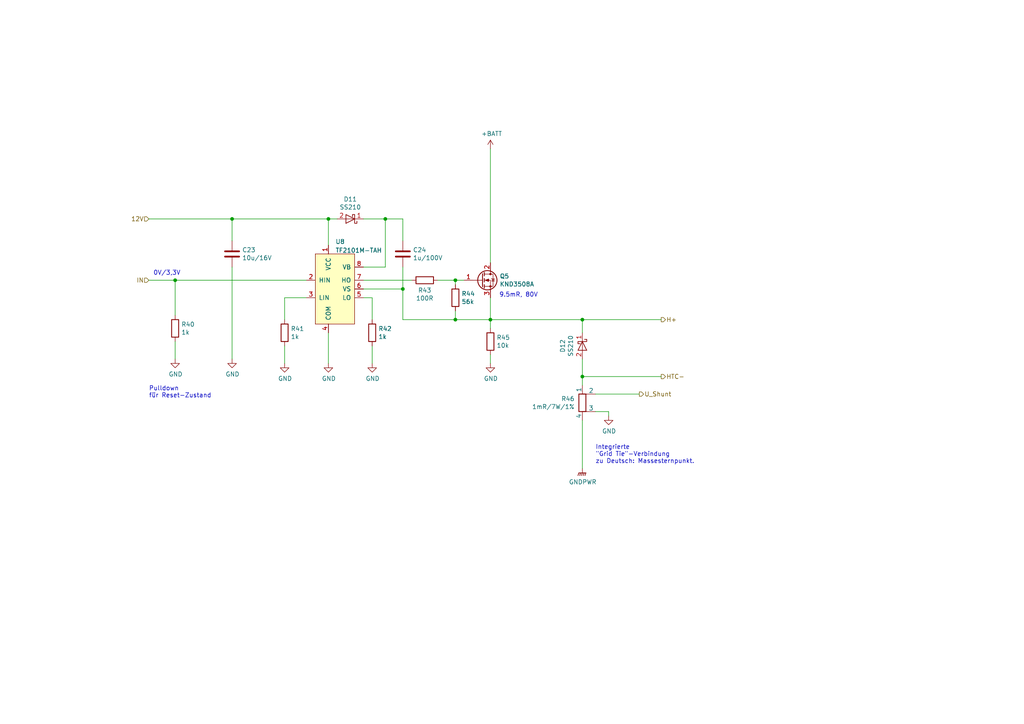
<source format=kicad_sch>
(kicad_sch (version 20211123) (generator eeschema)
  (paper "A4")
  (title_block (title "HTL Lötregler Mini") (date "2023-03-01") (rev "22.0.0") (company "HTL Steyr") (comment 1 "Prof. Karl Zeilhofer et al."))
  (lib_symbols
    (symbol "Device:C" (pin_numbers hide) (pin_names (offset 0.254))
      (property "Reference" "C" (at 0.635 2.54 0))
      (property "Value" "C" (at 0.635 -2.54 0))
      (symbol "C_0_1"
        (polyline (pts (xy -2.032 -0.762) (xy 2.032 -0.762)) (stroke (width 0.508)))
        (polyline (pts (xy -2.032 0.762) (xy 2.032 0.762)) (stroke (width 0.508)))
      )
      (symbol "C_1_1"
        (pin passive line (at 0 3.81 270) (length 2.794) (name "~") (number "1"))
        (pin passive line (at 0 -3.81 90) (length 2.794) (name "~") (number "2"))
      )
    )
    (symbol "Device:Q_NMOS_GDS" (pin_names (offset 0) hide)
      (property "Reference" "Q" (at 5.08 1.27 0))
      (property "Value" "Q_NMOS_GDS" (at 5.08 -1.27 0))
      (symbol "Q_NMOS_GDS_0_1"
        (polyline (pts (xy 0.254 0) (xy -2.54 0)))
        (polyline (pts (xy 0.254 1.905) (xy 0.254 -1.905)) (stroke (width 0.254)))
        (polyline (pts (xy 0.762 -1.27) (xy 0.762 -2.286)) (stroke (width 0.254)))
        (polyline (pts (xy 0.762 0.508) (xy 0.762 -0.508)) (stroke (width 0.254)))
        (polyline (pts (xy 0.762 2.286) (xy 0.762 1.27)) (stroke (width 0.254)))
        (polyline (pts (xy 2.54 2.54) (xy 2.54 1.778)))
        (polyline (pts (xy 2.54 -2.54) (xy 2.54 0) (xy 0.762 0)))
        (polyline (pts (xy 0.762 -1.778) (xy 3.302 -1.778) (xy 3.302 1.778) (xy 0.762 1.778)))
        (polyline (pts (xy 1.016 0) (xy 2.032 0.381) (xy 2.032 -0.381) (xy 1.016 0)) (fill (type outline)))
        (polyline (pts (xy 2.794 0.508) (xy 2.921 0.381) (xy 3.683 0.381) (xy 3.81 0.254)))
        (polyline (pts (xy 3.302 0.381) (xy 2.921 -0.254) (xy 3.683 -0.254) (xy 3.302 0.381)))
        (circle (center 1.651 0) (radius 2.794) (stroke (width 0.254)))
        (circle (center 2.54 -1.778) (radius 0.254) (fill (type outline)))
        (circle (center 2.54 1.778) (radius 0.254) (fill (type outline)))
      )
      (symbol "Q_NMOS_GDS_1_1"
        (pin input line (at -5.08 0 0) (length 2.54) (name "G") (number "1"))
        (pin passive line (at 2.54 5.08 270) (length 2.54) (name "D") (number "2"))
        (pin passive line (at 2.54 -5.08 90) (length 2.54) (name "S") (number "3"))
      )
    )
    (symbol "Device:R" (pin_numbers hide) (pin_names (offset 0))
      (property "Reference" "R" (at 2.032 0 90))
      (property "Value" "R" (at 0 0 90))
      (symbol "R_0_1"
        (rectangle (start -1.016 -2.54) (end 1.016 2.54) (stroke (width 0.254)))
      )
      (symbol "R_1_1"
        (pin passive line (at 0 3.81 270) (length 1.27) (name "~") (number "1"))
        (pin passive line (at 0 -3.81 90) (length 1.27) (name "~") (number "2"))
      )
    )
    (symbol "Device:R_Shunt" (pin_numbers hide) (pin_names (offset 0))
      (property "Reference" "R" (at -4.445 0 90))
      (property "Value" "R_Shunt" (at -2.54 0 90))
      (symbol "R_Shunt_0_1"
        (rectangle (start -1.016 -2.54) (end 1.016 2.54) (stroke (width 0.254)))
        (polyline (pts (xy 0 -2.54) (xy 1.27 -2.54)))
        (polyline (pts (xy 1.27 2.54) (xy 0 2.54)))
      )
      (symbol "R_Shunt_1_1"
        (pin passive line (at 0 5.08 270) (length 2.54) (name "1") (number "1"))
        (pin passive line (at 3.81 2.54 180) (length 2.54) (name "2") (number "2"))
        (pin passive line (at 3.81 -2.54 180) (length 2.54) (name "3") (number "3"))
        (pin passive line (at 0 -5.08 90) (length 2.54) (name "4") (number "4"))
      )
    )
    (symbol "htl_ics:PN7006A" (pin_names (offset 1.016))
      (property "Reference" "U" (at 3.81 11.43 0))
      (property "Value" "PN7006A" (at 5.08 -11.43 0))
      (symbol "PN7006A_0_1"
        (rectangle (start -3.81 10.16) (end 7.62 -10.16) (fill (type background)))
      )
      (symbol "PN7006A_1_1"
        (pin power_in line (at 0 12.7 270) (length 2.54) (name "VCC") (number "1"))
        (pin input line (at -6.35 2.54 0) (length 2.54) (name "HIN") (number "2"))
        (pin input line (at -6.35 -2.54 0) (length 2.54) (name "LIN") (number "3"))
        (pin power_in line (at 0 -12.7 90) (length 2.54) (name "COM") (number "4"))
        (pin output line (at 10.16 -2.54 180) (length 2.54) (name "LO") (number "5"))
        (pin passive line (at 10.16 0 180) (length 2.54) (name "VS") (number "6"))
        (pin output line (at 10.16 2.54 180) (length 2.54) (name "HO") (number "7"))
        (pin input line (at 10.16 6.35 180) (length 2.54) (name "VB") (number "8"))
      )
    )
    (symbol "htl_semiconductors:D_Schottky" (pin_names (offset 1.016) hide)
      (property "Reference" "D" (at 0 2.54 0))
      (property "Value" "D_Schottky" (at 0 -2.54 0))
      (symbol "D_Schottky_0_1"
        (polyline (pts (xy 1.27 0) (xy -1.27 0)))
        (polyline (pts (xy 1.27 1.27) (xy 1.27 -1.27) (xy -1.27 0) (xy 1.27 1.27)) (stroke (width 0.2032)))
        (polyline (pts (xy -1.905 0.635) (xy -1.905 1.27) (xy -1.27 1.27) (xy -1.27 -1.27) (xy -0.635 -1.27) (xy -0.635 -0.635)) (stroke (width 0.2032)))
      )
      (symbol "D_Schottky_1_1"
        (pin passive line (at -3.81 0 0) (length 2.54) (name "K") (number "1"))
        (pin passive line (at 3.81 0 180) (length 2.54) (name "A") (number "2"))
      )
    )
    (symbol "power:+BATT" (power) (pin_names (offset 0))
      (property "Value" "+BATT" (at 0 3.556 0))
      (symbol "+BATT_0_1"
        (polyline (pts (xy -0.762 1.27) (xy 0 2.54)))
        (polyline (pts (xy 0 0) (xy 0 2.54)))
        (polyline (pts (xy 0 2.54) (xy 0.762 1.27)))
      )
      (symbol "+BATT_1_1"
        (pin power_in line (at 0 0 90) (length 0) hide (name "+BATT") (number "1"))
      )
    )
    (symbol "power:GND" (power) (pin_names (offset 0))
      (property "Value" "GND" (at 0 -3.81 0))
      (symbol "GND_0_1"
        (polyline (pts (xy 0 0) (xy 0 -1.27) (xy 1.27 -1.27) (xy 0 -2.54) (xy -1.27 -1.27) (xy 0 -1.27)))
      )
      (symbol "GND_1_1"
        (pin power_in line (at 0 0 270) (length 0) hide (name "GND") (number "1"))
      )
    )
    (symbol "power:GNDPWR" (power) (pin_names (offset 0))
      (property "Value" "GNDPWR" (at 0 -3.302 0))
      (symbol "GNDPWR_0_1"
        (polyline (pts (xy 0 -1.27) (xy 0 0)))
        (polyline (pts (xy -1.016 -1.27) (xy -1.27 -2.032) (xy -1.27 -2.032)) (stroke (width 0.2032)))
        (polyline (pts (xy -0.508 -1.27) (xy -0.762 -2.032) (xy -0.762 -2.032)) (stroke (width 0.2032)))
        (polyline (pts (xy 0 -1.27) (xy -0.254 -2.032) (xy -0.254 -2.032)) (stroke (width 0.2032)))
        (polyline (pts (xy 0.508 -1.27) (xy 0.254 -2.032) (xy 0.254 -2.032)) (stroke (width 0.2032)))
        (polyline (pts (xy 1.016 -1.27) (xy -1.016 -1.27) (xy -1.016 -1.27)) (stroke (width 0.2032)))
        (polyline (pts (xy 1.016 -1.27) (xy 0.762 -2.032) (xy 0.762 -2.032) (xy 0.762 -2.032)) (stroke (width 0.2032)))
      )
      (symbol "GNDPWR_1_1"
        (pin power_in line (at 0 0 270) (length 0) hide (name "GNDPWR") (number "1"))
      )
    )
  )
  (junction (at 168.91 92.71))
  (junction (at 111.76 63.5))
  (junction (at 132.08 81.28))
  (junction (at 168.91 109.22))
  (junction (at 116.84 83.82))
  (junction (at 95.25 63.5))
  (junction (at 50.8 81.28))
  (junction (at 67.31 63.5))
  (junction (at 142.24 92.71))
  (junction (at 132.08 92.71))
  (wire (pts (xy 105.41 63.5) (xy 111.76 63.5)))
  (wire (pts (xy 82.55 105.41) (xy 82.55 100.33)))
  (wire (pts (xy 127 81.28) (xy 132.08 81.28)))
  (wire (pts (xy 50.8 104.14) (xy 50.8 99.06)))
  (wire (pts (xy 82.55 92.71) (xy 82.55 86.36)))
  (wire (pts (xy 107.95 86.36) (xy 107.95 92.71)))
  (wire (pts (xy 116.84 63.5) (xy 116.84 69.85)))
  (wire (pts (xy 111.76 63.5) (xy 116.84 63.5)))
  (wire (pts (xy 111.76 77.47) (xy 111.76 63.5)))
  (wire (pts (xy 107.95 100.33) (xy 107.95 105.41)))
  (wire (pts (xy 142.24 92.71) (xy 142.24 95.25)))
  (wire (pts (xy 116.84 83.82) (xy 116.84 92.71)))
  (wire (pts (xy 88.9 81.28) (xy 50.8 81.28)))
  (wire (pts (xy 67.31 104.14) (xy 67.31 77.47)))
  (wire (pts (xy 43.18 63.5) (xy 67.31 63.5)))
  (wire (pts (xy 172.72 119.38) (xy 176.53 119.38)))
  (wire (pts (xy 168.91 111.76) (xy 168.91 109.22)))
  (wire (pts (xy 116.84 92.71) (xy 132.08 92.71)))
  (wire (pts (xy 105.41 83.82) (xy 116.84 83.82)))
  (wire (pts (xy 82.55 86.36) (xy 88.9 86.36)))
  (wire (pts (xy 105.41 81.28) (xy 119.38 81.28)))
  (wire (pts (xy 168.91 121.92) (xy 168.91 135.89)))
  (wire (pts (xy 132.08 90.17) (xy 132.08 92.71)))
  (wire (pts (xy 67.31 69.85) (xy 67.31 63.5)))
  (wire (pts (xy 168.91 104.14) (xy 168.91 109.22)))
  (wire (pts (xy 95.25 63.5) (xy 95.25 71.12)))
  (wire (pts (xy 105.41 86.36) (xy 107.95 86.36)))
  (wire (pts (xy 168.91 109.22) (xy 191.77 109.22)))
  (wire (pts (xy 168.91 92.71) (xy 191.77 92.71)))
  (wire (pts (xy 50.8 81.28) (xy 43.18 81.28)))
  (wire (pts (xy 105.41 77.47) (xy 111.76 77.47)))
  (wire (pts (xy 172.72 114.3) (xy 185.42 114.3)))
  (wire (pts (xy 67.31 63.5) (xy 95.25 63.5)))
  (wire (pts (xy 132.08 92.71) (xy 142.24 92.71)))
  (wire (pts (xy 142.24 43.18) (xy 142.24 76.2)))
  (wire (pts (xy 132.08 81.28) (xy 132.08 82.55)))
  (wire (pts (xy 142.24 105.41) (xy 142.24 102.87)))
  (wire (pts (xy 176.53 119.38) (xy 176.53 120.65)))
  (wire (pts (xy 116.84 77.47) (xy 116.84 83.82)))
  (wire (pts (xy 142.24 92.71) (xy 168.91 92.71)))
  (wire (pts (xy 50.8 91.44) (xy 50.8 81.28)))
  (wire (pts (xy 97.79 63.5) (xy 95.25 63.5)))
  (wire (pts (xy 95.25 105.41) (xy 95.25 96.52)))
  (wire (pts (xy 132.08 81.28) (xy 134.62 81.28)))
  (wire (pts (xy 142.24 86.36) (xy 142.24 92.71)))
  (wire (pts (xy 168.91 92.71) (xy 168.91 96.52)))
  (text "Integrierte\n\"Grid Tie\"-Verbindung\nzu Deutsch: Massesternpunkt. " (at 172.72 134.62 0) (effects (font (size 1.27 1.27)) (justify left bottom)))
  (text "9.5mR, 80V" (at 144.78 86.36 0) (effects (font (size 1.27 1.27)) (justify left bottom)))
  (text "Pulldown\nfür Reset-Zustand" (at 43.18 115.57 0) (effects (font (size 1.27 1.27)) (justify left bottom)))
  (text "0V/3,3V" (at 44.45 80.01 0) (effects (font (size 1.27 1.27)) (justify left bottom)))
  (hierarchical_label "U_Shunt" (shape output) (at 185.42 114.3 0))
  (hierarchical_label "IN" (shape input) (at 43.18 81.28 180))
  (hierarchical_label "12V" (shape input) (at 43.18 63.5 180))
  (hierarchical_label "H+" (shape output) (at 191.77 92.71 0))
  (hierarchical_label "HTC-" (shape output) (at 191.77 109.22 0))
  (symbol (lib_id "Device:R") (at 123.19 81.28 270) (unit 1)
    (property "Reference" "R43" (at 123.19 84.201 90))
    (property "Value" "100R" (at 123.19 86.5124 90))
    (property "Footprint" "Resistor_SMD:R_1206_3216Metric" (effects hide))
    (property "Datasheet" "https://datasheet.lcsc.com/lcsc/1811141436_Ever-Ohms-Tech-CR1206F100RP05Z_C245445.pdf" (effects hide))
    (property "PriceEUR" "0.0030" (effects hide))
    (property "DistOrderNr" "C245445" (effects hide))
    (property "Distributor" "LCSC" (effects hide))
    (property "ManPartNr" "CR1206F100RP05Z" (effects hide))
    (property "Manufacturer" "Ever Ohms Tech" (effects hide))
    (property "Notes" "0.25W ±1% ±100ppm/℃ 100Ω 1206" (effects hide))
    (property "PriceForQty" "500" (effects hide))
  )
  (symbol (lib_id "Device:Q_NMOS_GDS") (at 139.7 81.28 0) (unit 1)
    (property "Reference" "Q5" (at 144.9324 80.1116 0) (effects (justify left)))
    (property "Value" "KND3508A" (at 144.9324 82.423 0) (effects (justify left)))
    (property "Footprint" "Package_TO_SOT_SMD:TO-252-2" (effects hide))
    (property "Datasheet" "https://datasheet.lcsc.com/lcsc/1811151428_KIA-Semicon-Tech-KND3508A_C116513.pdf" (effects hide))
    (property "Manufacturer" "KIA Semicon Tech" (effects hide))
    (property "ManPartNr" "KND3508A" (effects hide))
    (property "Distributor" "LCSC" (effects hide))
    (property "DistOrderNr" "C116513" (effects hide))
    (property "PriceEUR" "0.226" (effects hide))
    (property "PriceForQty" "100" (effects hide))
    (property "Notes" "80V 70A 12mΩ@10V,35A 4V@250uA N Channel" (effects hide))
  )
  (symbol (lib_id "htl_ics:PN7006A") (at 95.25 83.82 0) (unit 1)
    (property "Reference" "U8" (at 97.2694 70.0872 0) (effects (justify left)))
    (property "Value" "TF2101M-TAH" (at 97.2694 72.6241 0) (effects (justify left)))
    (property "Footprint" "Package_SO:SOIC-8_3.9x4.9mm_P1.27mm" (effects hide))
    (property "Distributor" "LCSC" (effects hide))
    (property "DistOrderNr" "C2683752" (effects hide))
    (property "PriceEUR" "0.5072" (effects hide))
    (property "PriceForQty" "100" (effects hide))
    (property "ManPartNr" "-nicht mehr aktuell?" (effects hide))
  )
  (symbol (lib_id "Device:R") (at 142.24 99.06 0) (unit 1)
    (property "Reference" "R45" (at 144.018 97.8916 0) (effects (justify left)))
    (property "Value" "10k" (at 144.018 100.203 0) (effects (justify left)))
    (property "Footprint" "Resistor_SMD:R_1206_3216Metric" (effects hide))
    (property "Datasheet" "https://datasheet.lcsc.com/lcsc/1810301936_FH--Guangdong-Fenghua-Advanced-Tech-RS-06K103JT_C118075.pdf" (effects hide))
    (property "PriceEUR" "0.01" (effects hide))
    (property "DistOrderNr" "C118075" (effects hide))
    (property "Distributor" "LCSC" (effects hide))
    (property "Notes" "10kΩ ±5% 0.25W ±100ppm/℃ 3216 Chip Resistor" (effects hide))
    (property "ManPartNr" "RS-06K103JT" (effects hide))
    (property "Manufacturer" "FH (Guangdong Fenghua Advanced Tech)" (effects hide))
  )
  (symbol (lib_id "Device:C") (at 116.84 73.66 0) (unit 1)
    (property "Reference" "C24" (at 119.761 72.4916 0) (effects (justify left)))
    (property "Value" "1u/100V" (at 119.761 74.803 0) (effects (justify left)))
    (property "Footprint" "Capacitor_SMD:C_1206_3216Metric" (effects hide))
    (property "Datasheet" "https://datasheet.lcsc.com/lcsc/1810241228_YAGEO-CC1206KKX7R0BB105_C70463.pdf" (effects hide))
    (property "DistOrderNr" "C70463" (effects hide))
    (property "Distributor" "LCSC" (effects hide))
    (property "ManPartNr" "CC1206KKX7R0BB105" (effects hide))
    (property "Manufacturer" "YAGEO" (effects hide))
    (property "Notes" "X7R ±10% 100V 1uF 1206 Multilayer Ceramic Capacitors MLCC" (effects hide))
    (property "PriceEUR" "0.0535 " (effects hide))
    (property "PriceForQty" "50" (effects hide))
  )
  (symbol (lib_id "htl_semiconductors:D_Schottky") (at 101.6 63.5 180) (unit 1)
    (property "Reference" "D11" (at 101.6 57.785 0))
    (property "Value" "SS210" (at 101.6 60.0964 0))
    (property "Footprint" "htl_smd:D_SMA_wide" (effects hide))
    (property "Datasheet" "https://datasheet.lcsc.com/lcsc/2101111838_ZHIDE-SS210A-W_C2683692.pdf" (effects hide))
    (property "DistOrderNr" "C2683692" (effects hide))
    (property "Distributor" "LCSC" (effects hide))
    (property "ManPartNr" "SS210A-W" (effects hide))
    (property "Manufacturer" "ZHIDE" (effects hide))
    (property "Notes" "100V 2A 850mV @ 2A SMA(DO-214AC) Schottky Barrier Diodes" (effects hide))
    (property "PriceEUR" "0.0155" (effects hide))
    (property "PriceForQty" "200" (effects hide))
  )
  (symbol (lib_id "power:+BATT") (at 142.24 43.18 0) (unit 1)
    (property "Reference" "#PWR038" (effects hide))
    (property "Value" "+BATT" (at 142.621 38.7858 0))
  )
  (symbol (lib_id "Device:C") (at 67.31 73.66 0) (unit 1)
    (property "Reference" "C23" (at 70.231 72.4916 0) (effects (justify left)))
    (property "Value" "10u/16V" (at 70.231 74.803 0) (effects (justify left)))
    (property "Footprint" "Capacitor_SMD:C_1206_3216Metric" (effects hide))
    (property "Datasheet" "https://datasheet.lcsc.com/lcsc/1811151136_Samsung-Electro-Mechanics-CL31B106KOHNNNE_C47971.pdf" (effects hide))
    (property "DistOrderNr" "C47971" (effects hide))
    (property "Distributor" "LCSC" (effects hide))
    (property "ManPartNr" "CL31B106KOHNNNE" (effects hide))
    (property "Manufacturer" "Samsung Electro-Mechanics" (effects hide))
    (property "Notes" "10uF ±10% 16V X7R Multilayer Ceramic Capacitors MLCC" (effects hide))
    (property "PriceEUR" "0.0233" (effects hide))
    (property "PriceForQty" "100" (effects hide))
  )
  (symbol (lib_id "power:GND") (at 67.31 104.14 0) (unit 1)
    (property "Reference" "#PWR034" (effects hide))
    (property "Value" "GND" (at 67.437 108.5342 0))
  )
  (symbol (lib_id "Device:R") (at 50.8 95.25 0) (unit 1)
    (property "Reference" "R40" (at 52.578 94.0816 0) (effects (justify left)))
    (property "Value" "1k" (at 52.578 96.393 0) (effects (justify left)))
    (property "Footprint" "Resistor_SMD:R_1206_3216Metric" (effects hide))
    (property "Datasheet" "https://datasheet.lcsc.com/lcsc/1811081842_RALEC-RTT06102JTP_C104601.pdf" (effects hide))
    (property "PriceEUR" "0.0042" (effects hide))
    (property "DistOrderNr" "C104601" (effects hide))
    (property "Distributor" "LCSC" (effects hide))
    (property "ManPartNr" "RTT03101JTP" (effects hide))
    (property "Manufacturer" "Ralec" (effects hide))
    (property "Notes" "1kΩ ±5% 0.25W ±100ppm/℃ 1206 Chip Resistor" (effects hide))
    (property "PriceForQty" "50" (effects hide))
  )
  (symbol (lib_id "power:GND") (at 50.8 104.14 0) (unit 1)
    (property "Reference" "#PWR033" (effects hide))
    (property "Value" "GND" (at 50.927 108.5342 0))
  )
  (symbol (lib_id "power:GND") (at 142.24 105.41 0) (unit 1)
    (property "Reference" "#PWR039" (effects hide))
    (property "Value" "GND" (at 142.367 109.8042 0))
  )
  (symbol (lib_id "power:GND") (at 95.25 105.41 0) (unit 1)
    (property "Reference" "#PWR036" (effects hide))
    (property "Value" "GND" (at 95.377 109.8042 0))
  )
  (symbol (lib_id "Device:R") (at 107.95 96.52 0) (unit 1)
    (property "Reference" "R42" (at 109.728 95.3516 0) (effects (justify left)))
    (property "Value" "1k" (at 109.728 97.663 0) (effects (justify left)))
    (property "Footprint" "Resistor_SMD:R_1206_3216Metric" (effects hide))
    (property "Datasheet" "https://datasheet.lcsc.com/lcsc/1811081842_RALEC-RTT06102JTP_C104601.pdf" (effects hide))
    (property "PriceEUR" "0.0042" (effects hide))
    (property "DistOrderNr" "C104601" (effects hide))
    (property "Distributor" "LCSC" (effects hide))
    (property "ManPartNr" "RTT03101JTP" (effects hide))
    (property "Manufacturer" "Ralec" (effects hide))
    (property "Notes" "1kΩ ±5% 0.25W ±100ppm/℃ 1206 Chip Resistor" (effects hide))
    (property "PriceForQty" "50" (effects hide))
  )
  (symbol (lib_id "Device:R") (at 82.55 96.52 0) (unit 1)
    (property "Reference" "R41" (at 84.328 95.3516 0) (effects (justify left)))
    (property "Value" "1k" (at 84.328 97.663 0) (effects (justify left)))
    (property "Footprint" "Resistor_SMD:R_1206_3216Metric" (effects hide))
    (property "Datasheet" "https://datasheet.lcsc.com/lcsc/1811081842_RALEC-RTT06102JTP_C104601.pdf" (effects hide))
    (property "PriceEUR" "0.0042" (effects hide))
    (property "DistOrderNr" "C104601" (effects hide))
    (property "Distributor" "LCSC" (effects hide))
    (property "ManPartNr" "RTT03101JTP" (effects hide))
    (property "Manufacturer" "Ralec" (effects hide))
    (property "Notes" "1kΩ ±5% 0.25W ±100ppm/℃ 1206 Chip Resistor" (effects hide))
    (property "PriceForQty" "50" (effects hide))
  )
  (symbol (lib_id "power:GND") (at 82.55 105.41 0) (unit 1)
    (property "Reference" "#PWR035" (effects hide))
    (property "Value" "GND" (at 82.677 109.8042 0))
  )
  (symbol (lib_id "power:GND") (at 107.95 105.41 0) (unit 1)
    (property "Reference" "#PWR037" (effects hide))
    (property "Value" "GND" (at 108.077 109.8042 0))
  )
  (symbol (lib_id "Device:R_Shunt") (at 168.91 116.84 0) (unit 1)
    (property "Reference" "R46" (at 166.6748 115.6716 0) (effects (justify right)))
    (property "Value" "1mR/7W/1%" (at 166.6748 117.983 0) (effects (justify right)))
    (property "Footprint" "htl_smd:Shunt-15.2x7.6mm" (effects hide))
    (property "Datasheet" "https://datasheet.lcsc.com/lcsc/2001071408_Milliohm-HoLRS1575-1mR-1-_C481499.pdf" (effects hide))
    (property "Distributor" "LCSC" (effects hide))
    (property "DistOrderNr" "C481499 " (effects hide))
    (property "PriceEUR" "0.2596" (effects hide))
    (property "PriceForQty" "100" (effects hide))
    (property "ManPartNr" "HoLRS1575-1mR-1%" (effects hide))
    (property "Manufacturer" "Milliohm" (effects hide))
    (property "Notes" "7W 1mΩ 20ppm/℃~+50ppm/℃ ±1% SMD" (effects hide))
  )
  (symbol (lib_id "power:GNDPWR") (at 168.91 135.89 0) (unit 1)
    (property "Reference" "#PWR040" (effects hide))
    (property "Value" "GNDPWR" (at 169.0116 139.8016 0))
  )
  (symbol (lib_id "power:GND") (at 176.53 120.65 0) (unit 1)
    (property "Reference" "#PWR041" (effects hide))
    (property "Value" "GND" (at 176.657 125.0442 0))
  )
  (symbol (lib_id "Device:R") (at 132.08 86.36 0) (unit 1)
    (property "Reference" "R44" (at 133.858 85.1916 0) (effects (justify left)))
    (property "Value" "56k" (at 133.858 87.503 0) (effects (justify left)))
    (property "Footprint" "Resistor_SMD:R_1206_3216Metric" (effects hide))
    (property "PriceEUR" "0.01" (effects hide))
    (property "Distributor" "AufLager" (effects hide))
    (property "DistOrderNr" "R3216-56k" (effects hide))
  )
  (symbol (lib_id "htl_semiconductors:D_Schottky") (at 168.91 100.33 270) (unit 1)
    (property "Reference" "D12" (at 163.195 100.33 0))
    (property "Value" "SS210" (at 165.5064 100.33 0))
    (property "Footprint" "htl_smd:D_SMA_wide" (effects hide))
    (property "Datasheet" "https://datasheet.lcsc.com/lcsc/2101111838_ZHIDE-SS210A-W_C2683692.pdf" (effects hide))
    (property "DistOrderNr" "C2683692" (effects hide))
    (property "Distributor" "LCSC" (effects hide))
    (property "ManPartNr" "SS210A-W" (effects hide))
    (property "Manufacturer" "ZHIDE" (effects hide))
    (property "Notes" "100V 2A 850mV @ 2A SMA(DO-214AC) Schottky Barrier Diodes" (effects hide))
    (property "PriceEUR" "0.0155" (effects hide))
    (property "PriceForQty" "200" (effects hide))
  )
)
</source>
